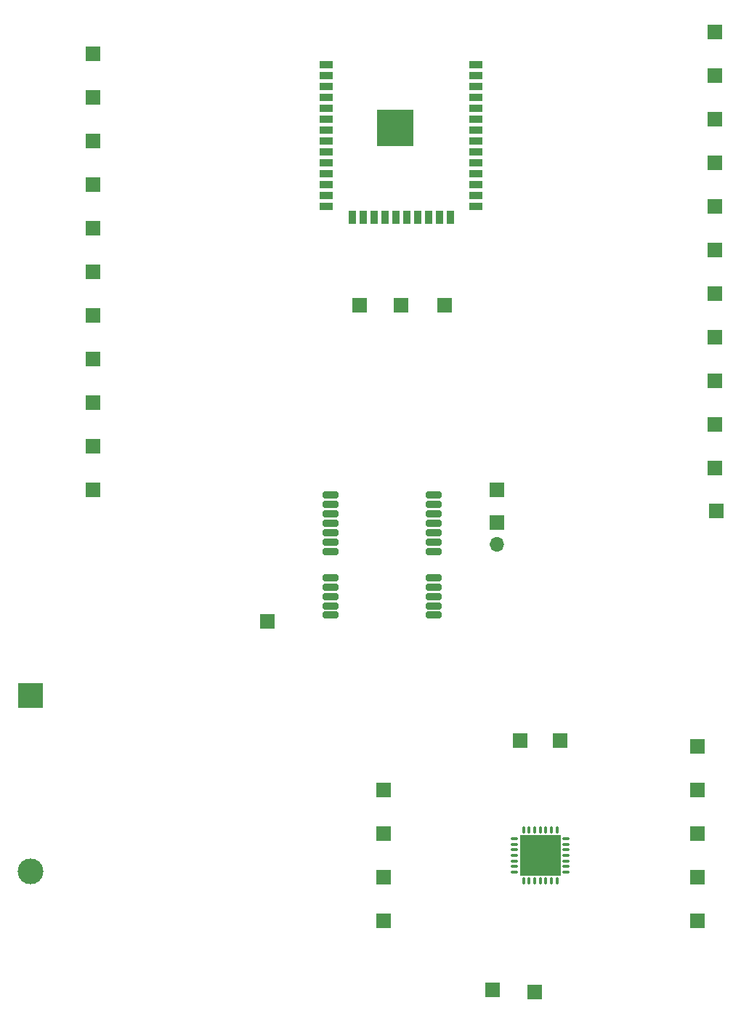
<source format=gbr>
%TF.GenerationSoftware,KiCad,Pcbnew,7.0.5*%
%TF.CreationDate,2023-06-26T00:24:41-05:00*%
%TF.ProjectId,PCB GPS,50434220-4750-4532-9e6b-696361645f70,rev?*%
%TF.SameCoordinates,Original*%
%TF.FileFunction,Soldermask,Top*%
%TF.FilePolarity,Negative*%
%FSLAX46Y46*%
G04 Gerber Fmt 4.6, Leading zero omitted, Abs format (unit mm)*
G04 Created by KiCad (PCBNEW 7.0.5) date 2023-06-26 00:24:41*
%MOMM*%
%LPD*%
G01*
G04 APERTURE LIST*
G04 Aperture macros list*
%AMRoundRect*
0 Rectangle with rounded corners*
0 $1 Rounding radius*
0 $2 $3 $4 $5 $6 $7 $8 $9 X,Y pos of 4 corners*
0 Add a 4 corners polygon primitive as box body*
4,1,4,$2,$3,$4,$5,$6,$7,$8,$9,$2,$3,0*
0 Add four circle primitives for the rounded corners*
1,1,$1+$1,$2,$3*
1,1,$1+$1,$4,$5*
1,1,$1+$1,$6,$7*
1,1,$1+$1,$8,$9*
0 Add four rect primitives between the rounded corners*
20,1,$1+$1,$2,$3,$4,$5,0*
20,1,$1+$1,$4,$5,$6,$7,0*
20,1,$1+$1,$6,$7,$8,$9,0*
20,1,$1+$1,$8,$9,$2,$3,0*%
G04 Aperture macros list end*
%ADD10R,4.800000X4.800000*%
%ADD11RoundRect,0.075000X-0.075000X-0.312500X0.075000X-0.312500X0.075000X0.312500X-0.075000X0.312500X0*%
%ADD12RoundRect,0.075000X-0.312500X-0.075000X0.312500X-0.075000X0.312500X0.075000X-0.312500X0.075000X0*%
%ADD13RoundRect,0.200000X-0.700000X-0.200000X0.700000X-0.200000X0.700000X0.200000X-0.700000X0.200000X0*%
%ADD14C,0.600000*%
%ADD15R,4.200000X4.200000*%
%ADD16R,1.500000X0.900000*%
%ADD17R,0.900000X1.500000*%
%ADD18R,1.700000X1.700000*%
%ADD19O,1.700000X1.700000*%
%ADD20C,3.000000*%
%ADD21R,3.000000X3.000000*%
G04 APERTURE END LIST*
D10*
%TO.C,U5*%
X148305000Y-132080000D03*
D11*
X146355000Y-129092500D03*
X147005000Y-129092500D03*
X147655000Y-129092500D03*
X148305000Y-129092500D03*
X148955000Y-129092500D03*
X149605000Y-129092500D03*
X150255000Y-129092500D03*
D12*
X151292500Y-130130000D03*
X151292500Y-130780000D03*
X151292500Y-131430000D03*
X151292500Y-132080000D03*
X151292500Y-132730000D03*
X151292500Y-133380000D03*
X151292500Y-134030000D03*
D11*
X150255000Y-135067500D03*
X149605000Y-135067500D03*
X148955000Y-135067500D03*
X148305000Y-135067500D03*
X147655000Y-135067500D03*
X147005000Y-135067500D03*
X146355000Y-135067500D03*
D12*
X145317500Y-134030000D03*
X145317500Y-133380000D03*
X145317500Y-132730000D03*
X145317500Y-132080000D03*
X145317500Y-131430000D03*
X145317500Y-130780000D03*
X145317500Y-130130000D03*
%TD*%
D13*
%TO.C,U4*%
X135875000Y-90090000D03*
X135875000Y-91190000D03*
X135875000Y-92290000D03*
X135875000Y-93390000D03*
X135875000Y-94490000D03*
X135875000Y-95590000D03*
X135875000Y-96690000D03*
X135875000Y-99690000D03*
X135875000Y-100790000D03*
X135875000Y-101890000D03*
X135875000Y-102990000D03*
X135875000Y-104090000D03*
X123875000Y-104090000D03*
X123875000Y-102990000D03*
X123875000Y-101890000D03*
X123875000Y-100790000D03*
X123875000Y-99690000D03*
X123875000Y-96690000D03*
X123875000Y-95590000D03*
X123875000Y-94490000D03*
X123875000Y-93390000D03*
X123875000Y-92290000D03*
X123875000Y-91190000D03*
X123875000Y-90090000D03*
%TD*%
D14*
%TO.C,U3*%
X131400000Y-46542500D03*
X132925000Y-48067500D03*
D15*
X131400000Y-47305000D03*
D14*
X130637500Y-47305000D03*
X132162500Y-47305000D03*
X131400000Y-48067500D03*
X132925000Y-46542500D03*
X130637500Y-45780000D03*
X130637500Y-48830000D03*
X129875000Y-48067500D03*
X132162500Y-45780000D03*
X132162500Y-48830000D03*
X129875000Y-46542500D03*
D16*
X140830000Y-39965000D03*
X140830000Y-41235000D03*
X140830000Y-42505000D03*
X140830000Y-43775000D03*
X140830000Y-45045000D03*
X140830000Y-46315000D03*
X140830000Y-47585000D03*
X140830000Y-48855000D03*
X140830000Y-50125000D03*
X140830000Y-51395000D03*
X140830000Y-52665000D03*
X140830000Y-53935000D03*
X140830000Y-55205000D03*
X140830000Y-56475000D03*
D17*
X137800000Y-57725000D03*
X136530000Y-57725000D03*
X135260000Y-57725000D03*
X133990000Y-57725000D03*
X132720000Y-57725000D03*
X131450000Y-57725000D03*
X130180000Y-57725000D03*
X128910000Y-57725000D03*
X127640000Y-57725000D03*
X126370000Y-57725000D03*
D16*
X123330000Y-56475000D03*
X123330000Y-55205000D03*
X123330000Y-53935000D03*
X123330000Y-52665000D03*
X123330000Y-51395000D03*
X123330000Y-50125000D03*
X123330000Y-48855000D03*
X123330000Y-47585000D03*
X123330000Y-46315000D03*
X123330000Y-45045000D03*
X123330000Y-43775000D03*
X123330000Y-42505000D03*
X123330000Y-41235000D03*
X123330000Y-39965000D03*
%TD*%
D18*
%TO.C,J42*%
X96150000Y-53910000D03*
%TD*%
%TO.C,J41*%
X96150000Y-48830000D03*
%TD*%
%TO.C,J40*%
X96150000Y-64070000D03*
%TD*%
%TO.C,J39*%
X96150000Y-58990000D03*
%TD*%
%TO.C,J38*%
X96150000Y-79310000D03*
%TD*%
%TO.C,J37*%
X96150000Y-74230000D03*
%TD*%
%TO.C,J36*%
X96150000Y-69150000D03*
%TD*%
%TO.C,J35*%
X168680000Y-36130000D03*
%TD*%
%TO.C,J34*%
X168680000Y-41210000D03*
%TD*%
%TO.C,J33*%
X168680000Y-56450000D03*
%TD*%
%TO.C,J32*%
X168680000Y-61530000D03*
%TD*%
%TO.C,J31*%
X168680000Y-66610000D03*
%TD*%
%TO.C,J30*%
X168680000Y-76770000D03*
%TD*%
%TO.C,J29*%
X168680000Y-81850000D03*
%TD*%
%TO.C,J28*%
X132080000Y-67994580D03*
%TD*%
%TO.C,J27*%
X96150000Y-84390000D03*
%TD*%
%TO.C,J26*%
X127285000Y-67994580D03*
%TD*%
%TO.C,J25*%
X96150000Y-89470000D03*
%TD*%
%TO.C,J24*%
X168680000Y-71690000D03*
%TD*%
%TO.C,J23*%
X168680000Y-86930000D03*
%TD*%
%TO.C,J22*%
X168680000Y-51370000D03*
%TD*%
%TO.C,J21*%
X137160000Y-67994580D03*
%TD*%
%TO.C,J20*%
X168680000Y-46290000D03*
%TD*%
%TO.C,J19*%
X168802500Y-91910000D03*
%TD*%
%TO.C,J18*%
X166600000Y-124460000D03*
%TD*%
%TO.C,J17*%
X166600000Y-129540000D03*
%TD*%
%TO.C,J16*%
X166600000Y-134620000D03*
%TD*%
%TO.C,J15*%
X166600000Y-139700000D03*
%TD*%
%TO.C,J14*%
X130060000Y-129540000D03*
%TD*%
%TO.C,J13*%
X96150000Y-43750000D03*
%TD*%
%TO.C,J12*%
X96150000Y-38670000D03*
%TD*%
%TO.C,J11*%
X116470000Y-104770000D03*
%TD*%
D19*
%TO.C,J10*%
X143280000Y-95815000D03*
D18*
X143280000Y-93275000D03*
%TD*%
%TO.C,J9*%
X143280000Y-89470000D03*
%TD*%
%TO.C,J8*%
X147655000Y-148025000D03*
%TD*%
%TO.C,J7*%
X130060000Y-124460000D03*
%TD*%
%TO.C,J6*%
X166600000Y-119380000D03*
%TD*%
%TO.C,J5*%
X150655000Y-118675000D03*
%TD*%
%TO.C,J4*%
X146005000Y-118675000D03*
%TD*%
%TO.C,J3*%
X130060000Y-134620000D03*
%TD*%
%TO.C,J2*%
X142777500Y-147767500D03*
%TD*%
%TO.C,J1*%
X130060000Y-139700000D03*
%TD*%
D20*
%TO.C,BT1*%
X88900001Y-133915000D03*
D21*
X88900001Y-113425000D03*
%TD*%
M02*

</source>
